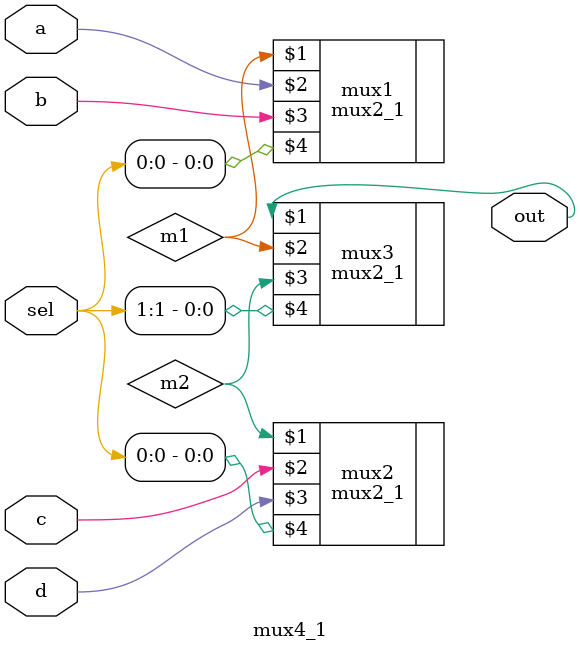
<source format=v>
module mux4_1(
    output out,
    input a,
    input b,
    input c,
    input d,
    input [1:0] sel
);
    wire m1, m2;
 
    mux2_1 mux1(m1, a, b, sel[0]);
    mux2_1 mux2(m2, c, d, sel[0]);
    mux2_1 mux3(out, m1, m2, sel[1]);
 
endmodule
</source>
